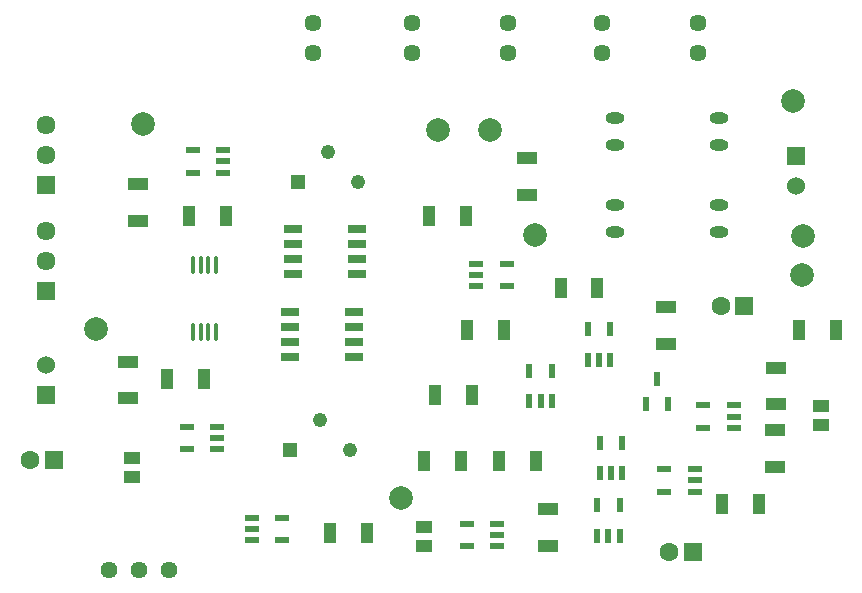
<source format=gbr>
%TF.GenerationSoftware,KiCad,Pcbnew,9.0.2*%
%TF.CreationDate,2025-06-13T21:58:29+02:00*%
%TF.ProjectId,bspdv4,62737064-7634-42e6-9b69-6361645f7063,rev?*%
%TF.SameCoordinates,Original*%
%TF.FileFunction,Soldermask,Top*%
%TF.FilePolarity,Negative*%
%FSLAX46Y46*%
G04 Gerber Fmt 4.6, Leading zero omitted, Abs format (unit mm)*
G04 Created by KiCad (PCBNEW 9.0.2) date 2025-06-13 21:58:29*
%MOMM*%
%LPD*%
G01*
G04 APERTURE LIST*
G04 Aperture macros list*
%AMRoundRect*
0 Rectangle with rounded corners*
0 $1 Rounding radius*
0 $2 $3 $4 $5 $6 $7 $8 $9 X,Y pos of 4 corners*
0 Add a 4 corners polygon primitive as box body*
4,1,4,$2,$3,$4,$5,$6,$7,$8,$9,$2,$3,0*
0 Add four circle primitives for the rounded corners*
1,1,$1+$1,$2,$3*
1,1,$1+$1,$4,$5*
1,1,$1+$1,$6,$7*
1,1,$1+$1,$8,$9*
0 Add four rect primitives between the rounded corners*
20,1,$1+$1,$2,$3,$4,$5,0*
20,1,$1+$1,$4,$5,$6,$7,0*
20,1,$1+$1,$6,$7,$8,$9,0*
20,1,$1+$1,$8,$9,$2,$3,0*%
G04 Aperture macros list end*
%ADD10R,1.800000X1.050000*%
%ADD11R,1.470000X1.070000*%
%ADD12C,2.000000*%
%ADD13R,1.530000X1.530000*%
%ADD14C,1.530000*%
%ADD15R,1.050000X1.800000*%
%ADD16C,1.440000*%
%ADD17R,1.528000X0.650000*%
%ADD18R,0.600000X1.150000*%
%ADD19R,0.600000X1.300000*%
%ADD20R,1.150000X0.600000*%
%ADD21C,1.447000*%
%ADD22RoundRect,0.250000X0.550000X0.550000X-0.550000X0.550000X-0.550000X-0.550000X0.550000X-0.550000X0*%
%ADD23C,1.600000*%
%ADD24R,1.217000X1.217000*%
%ADD25C,1.217000*%
%ADD26O,1.600000X0.950000*%
%ADD27R,1.610000X1.610000*%
%ADD28C,1.610000*%
%ADD29RoundRect,0.100000X0.100000X-0.637500X0.100000X0.637500X-0.100000X0.637500X-0.100000X-0.637500X0*%
G04 APERTURE END LIST*
D10*
%TO.C,R10*%
X213771092Y-77650000D03*
X213771092Y-80750000D03*
%TD*%
D11*
%TO.C,C2*%
X236871092Y-70520000D03*
X236871092Y-68880000D03*
%TD*%
D12*
%TO.C,TP2*%
X175500000Y-62400000D03*
%TD*%
D13*
%TO.C,J3*%
X234721092Y-47760000D03*
D14*
X234721092Y-50300000D03*
%TD*%
D15*
%TO.C,R13*%
X183395092Y-52800000D03*
X186495092Y-52800000D03*
%TD*%
%TO.C,R6*%
X195321092Y-79700000D03*
X198421092Y-79700000D03*
%TD*%
D16*
%TO.C,U2*%
X176592592Y-82824000D03*
X179132592Y-82824000D03*
X181672592Y-82824000D03*
%TD*%
D12*
%TO.C,TP9*%
X204471092Y-45500000D03*
%TD*%
D15*
%TO.C,R2*%
X235021092Y-62500000D03*
X238121092Y-62500000D03*
%TD*%
D17*
%TO.C,CP5*%
X197611000Y-57705000D03*
X197611000Y-56435000D03*
X197611000Y-55165000D03*
X197611000Y-53895000D03*
X192189000Y-53895000D03*
X192189000Y-55165000D03*
X192189000Y-56435000D03*
X192189000Y-57705000D03*
%TD*%
D18*
%TO.C,G1*%
X218121092Y-74600000D03*
X219071092Y-74600000D03*
X220021092Y-74600000D03*
X220021092Y-72000000D03*
X218121092Y-72000000D03*
%TD*%
D10*
%TO.C,R4*%
X232971092Y-74050000D03*
X232971092Y-70950000D03*
%TD*%
D11*
%TO.C,C3*%
X203271092Y-79130000D03*
X203271092Y-80770000D03*
%TD*%
D12*
%TO.C,TP3*%
X235271092Y-57800000D03*
%TD*%
D10*
%TO.C,R17*%
X179061092Y-53205000D03*
X179061092Y-50105000D03*
%TD*%
%TO.C,R15*%
X211971092Y-51050000D03*
X211971092Y-47950000D03*
%TD*%
D15*
%TO.C,R11*%
X181521092Y-66600000D03*
X184621092Y-66600000D03*
%TD*%
D12*
%TO.C,TP8*%
X212671092Y-54400000D03*
%TD*%
D19*
%TO.C,Q1*%
X222021092Y-68750000D03*
X223921092Y-68750000D03*
X222971092Y-66650000D03*
%TD*%
D11*
%TO.C,C6*%
X178571092Y-73280000D03*
X178571092Y-74920000D03*
%TD*%
D12*
%TO.C,TP1*%
X179471092Y-45000000D03*
%TD*%
D20*
%TO.C,CP3*%
X229471092Y-70750000D03*
X229471092Y-69800000D03*
X229471092Y-68850000D03*
X226871092Y-68850000D03*
X226871092Y-70750000D03*
%TD*%
D17*
%TO.C,CP6*%
X191884092Y-60965000D03*
X191884092Y-62235000D03*
X191884092Y-63505000D03*
X191884092Y-64775000D03*
X197306092Y-64775000D03*
X197306092Y-63505000D03*
X197306092Y-62235000D03*
X197306092Y-60965000D03*
%TD*%
D12*
%TO.C,TP5*%
X201271092Y-76700000D03*
%TD*%
D21*
%TO.C,LED1*%
X226471092Y-36460000D03*
X226471092Y-39000000D03*
%TD*%
D22*
%TO.C,C1*%
X230371092Y-60400000D03*
D23*
X228371092Y-60400000D03*
%TD*%
D24*
%TO.C,RV1*%
X191931092Y-72640000D03*
D25*
X194471092Y-70100000D03*
X197011092Y-72640000D03*
%TD*%
D15*
%TO.C,R5*%
X217921092Y-58900000D03*
X214821092Y-58900000D03*
%TD*%
D20*
%TO.C,G7*%
X207671092Y-56850000D03*
X207671092Y-57800000D03*
X207671092Y-58750000D03*
X210271092Y-58750000D03*
X210271092Y-56850000D03*
%TD*%
D15*
%TO.C,R8*%
X206371092Y-73600000D03*
X203271092Y-73600000D03*
%TD*%
%TO.C,R16*%
X210021092Y-62500000D03*
X206921092Y-62500000D03*
%TD*%
D20*
%TO.C,G3*%
X188671092Y-78350000D03*
X188671092Y-79300000D03*
X188671092Y-80250000D03*
X191271092Y-80250000D03*
X191271092Y-78350000D03*
%TD*%
%TO.C,CP4*%
X209471092Y-80800000D03*
X209471092Y-79850000D03*
X209471092Y-78900000D03*
X206871092Y-78900000D03*
X206871092Y-80800000D03*
%TD*%
D18*
%TO.C,G2*%
X217121092Y-65000000D03*
X218071092Y-65000000D03*
X219021092Y-65000000D03*
X219021092Y-62400000D03*
X217121092Y-62400000D03*
%TD*%
D10*
%TO.C,R1*%
X223771092Y-60550000D03*
X223771092Y-63650000D03*
%TD*%
D26*
%TO.C,K2*%
X219471092Y-44557000D03*
X219471092Y-46843000D03*
X228271092Y-46843000D03*
X228271092Y-44557000D03*
%TD*%
D21*
%TO.C,LED5*%
X202271092Y-36460000D03*
X202271092Y-39000000D03*
%TD*%
D20*
%TO.C,CP2*%
X185771092Y-72550000D03*
X185771092Y-71600000D03*
X185771092Y-70650000D03*
X183171092Y-70650000D03*
X183171092Y-72550000D03*
%TD*%
D27*
%TO.C,J1*%
X171296092Y-59210000D03*
D28*
X171296092Y-56670000D03*
X171296092Y-54130000D03*
%TD*%
D26*
%TO.C,K1*%
X219421092Y-51857000D03*
X219421092Y-54143000D03*
X228221092Y-54143000D03*
X228221092Y-51857000D03*
%TD*%
D15*
%TO.C,R7*%
X231621092Y-77200000D03*
X228521092Y-77200000D03*
%TD*%
D12*
%TO.C,TP4*%
X235371092Y-54500000D03*
%TD*%
D21*
%TO.C,LED3*%
X193871092Y-36460000D03*
X193871092Y-39000000D03*
%TD*%
D27*
%TO.C,J2*%
X171296092Y-50195000D03*
D28*
X171296092Y-47655000D03*
X171296092Y-45115000D03*
%TD*%
D15*
%TO.C,R9*%
X212721092Y-73600000D03*
X209621092Y-73600000D03*
%TD*%
D20*
%TO.C,G4*%
X226171092Y-76150000D03*
X226171092Y-75200000D03*
X226171092Y-74250000D03*
X223571092Y-74250000D03*
X223571092Y-76150000D03*
%TD*%
D15*
%TO.C,R14*%
X203708092Y-52800000D03*
X206808092Y-52800000D03*
%TD*%
D22*
%TO.C,C4*%
X171900000Y-73500000D03*
D23*
X169900000Y-73500000D03*
%TD*%
D29*
%TO.C,DU1*%
X183696092Y-62662500D03*
X184346092Y-62662500D03*
X184996092Y-62662500D03*
X185646092Y-62662500D03*
X185646092Y-56937500D03*
X184996092Y-56937500D03*
X184346092Y-56937500D03*
X183696092Y-56937500D03*
%TD*%
D12*
%TO.C,TP7*%
X234471092Y-43100000D03*
%TD*%
D21*
%TO.C,LED2*%
X218371092Y-36460000D03*
X218371092Y-39000000D03*
%TD*%
D10*
%TO.C,R18*%
X178171092Y-65150000D03*
X178171092Y-68250000D03*
%TD*%
D12*
%TO.C,TP6*%
X208871092Y-45500000D03*
%TD*%
D22*
%TO.C,C5*%
X226026205Y-81300000D03*
D23*
X224026205Y-81300000D03*
%TD*%
D18*
%TO.C,G5*%
X212185930Y-68514070D03*
X213135930Y-68514070D03*
X214085930Y-68514070D03*
X214085930Y-65914070D03*
X212185930Y-65914070D03*
%TD*%
D15*
%TO.C,R12*%
X204221092Y-68000000D03*
X207321092Y-68000000D03*
%TD*%
D24*
%TO.C,RV2*%
X192571092Y-49900000D03*
D25*
X195111092Y-47360000D03*
X197651092Y-49900000D03*
%TD*%
D10*
%TO.C,R3*%
X233071092Y-68750000D03*
X233071092Y-65650000D03*
%TD*%
D18*
%TO.C,G6*%
X217921092Y-79900000D03*
X218871092Y-79900000D03*
X219821092Y-79900000D03*
X219821092Y-77300000D03*
X217921092Y-77300000D03*
%TD*%
D21*
%TO.C,LED4*%
X210371092Y-36460000D03*
X210371092Y-39000000D03*
%TD*%
D20*
%TO.C,CP1*%
X186271092Y-49150000D03*
X186271092Y-48200000D03*
X186271092Y-47250000D03*
X183671092Y-47250000D03*
X183671092Y-49150000D03*
%TD*%
D13*
%TO.C,J4*%
X171296092Y-68000000D03*
D14*
X171296092Y-65460000D03*
%TD*%
M02*

</source>
